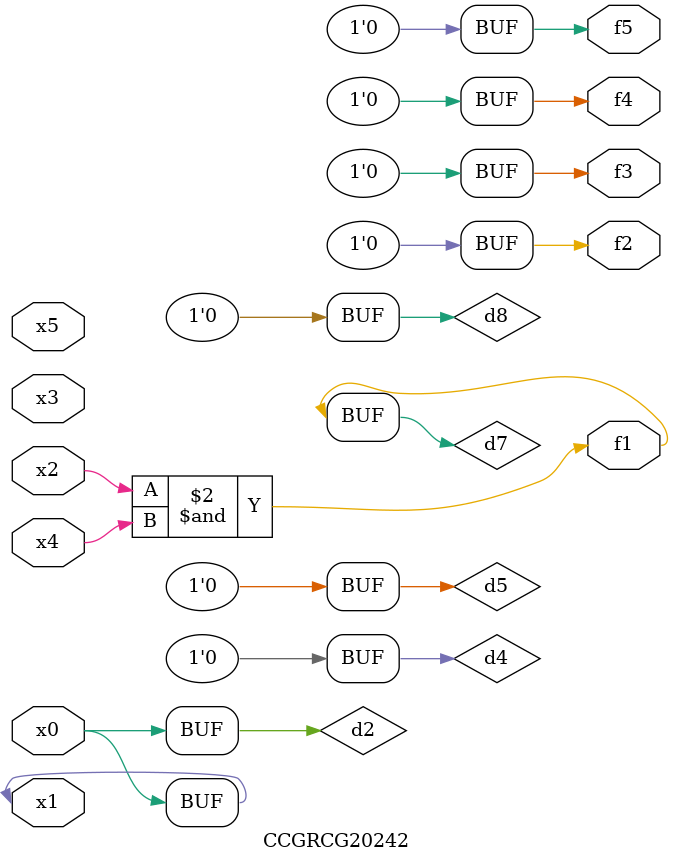
<source format=v>
module CCGRCG20242(
	input x0, x1, x2, x3, x4, x5,
	output f1, f2, f3, f4, f5
);

	wire d1, d2, d3, d4, d5, d6, d7, d8, d9;

	nand (d1, x1);
	buf (d2, x0, x1);
	nand (d3, x2, x4);
	and (d4, d1, d2);
	and (d5, d1, d2);
	nand (d6, d1, d3);
	not (d7, d3);
	xor (d8, d5);
	nor (d9, d5, d6);
	assign f1 = d7;
	assign f2 = d8;
	assign f3 = d8;
	assign f4 = d8;
	assign f5 = d8;
endmodule

</source>
